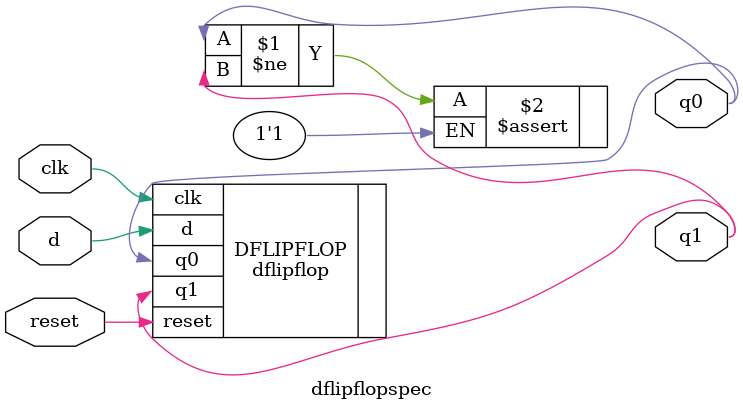
<source format=sv>
`include "dflipflop.v"

module dflipflopspec(
  input clk, reset, d, 
  output reg q0, q1
);

dflipflop DFLIPFLOP(
  .clk(clk),
  .reset(reset),
  .d(d),
  .q0(q0),
  .q1(q1)
);

// always @(posedge clk) begin
    assert property (q0 != q1) ; 

    // assert property (d |-> q0 == d) ; 
// end


endmodule

  // reg clk;
  // reg reset;
  // reg d;
  // wire q;
  // wire qb;
  
  // // Instantiate design under test
  // dff DFF(.clk(clk), .reset(reset),
  //         .d(d), .q(q), .qb(qb));
          
  // initial begin
  //   // Dump waves
  //   $dumpfile("dump.vcd");
  //   $dumpvars(1);
    
  //   $display("Reset flop.");
  //   clk = 0;
  //   reset = 1;
  //   d = 1'bx;
  //   display;
    
  //   $display("Release reset.");
  //   d = 1;
  //   reset = 0;
  //   display;

  //   $display("Toggle clk.");
  //   clk = 1;
  //   display;
  // end
  
  // task display;
  //   #1 $display("d:%0h, q:%0h, qb:%0h",
  //     d, q, qb);
  // endtask


</source>
